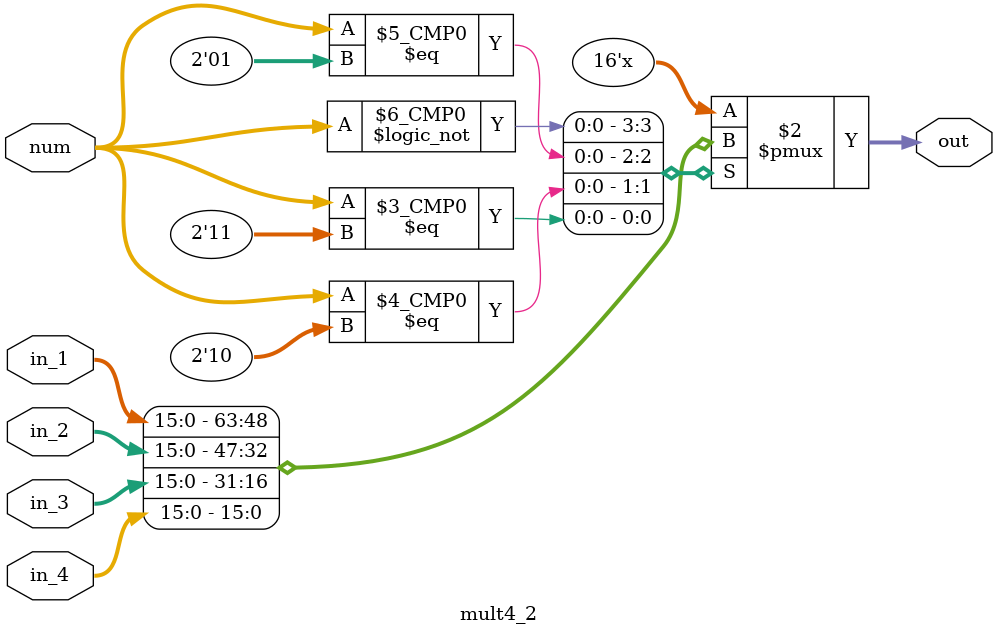
<source format=v>
module mult4_2 (input [15:0] in_1,
                input [15:0] in_2,
                input [15:0] in_3,
                input [15:0] in_4,
                input [1:0] num,

                output reg [15:0] out);

    always @(*)
        case (num)
            0: out <= in_1;
            1: out <= in_2;  
            2: out <= in_3;  
            3: out <= in_4;  
            //default: out <= 0;
        endcase

endmodule


</source>
